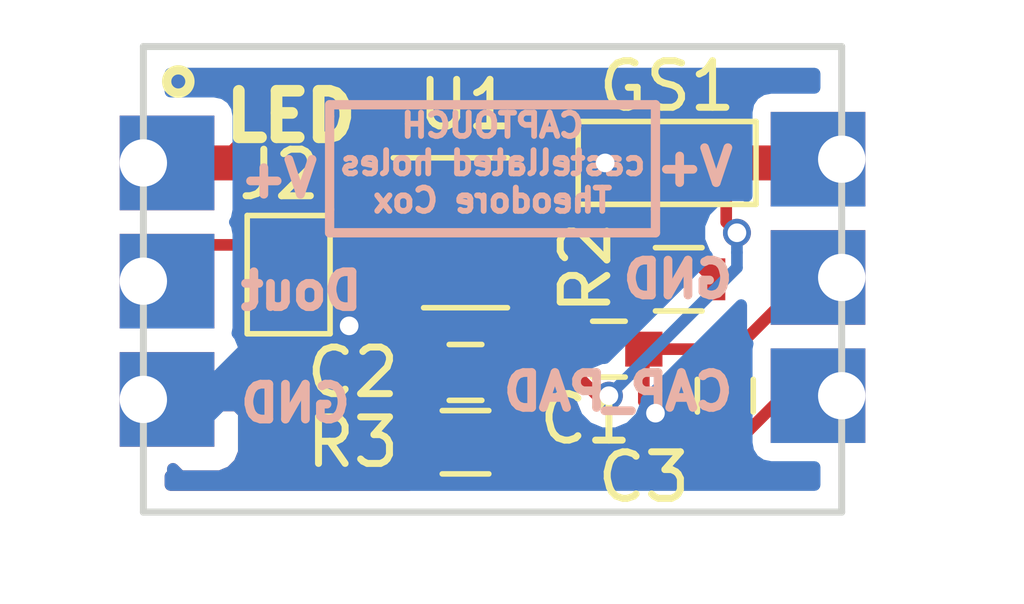
<source format=kicad_pcb>
(kicad_pcb (version 4) (host pcbnew 4.0.7)

  (general
    (links 18)
    (no_connects 0)
    (area 105.004999 99.924999 120.155001 110.075001)
    (thickness 1.6)
    (drawings 16)
    (tracks 84)
    (zones 0)
    (modules 10)
    (nets 10)
  )

  (page A4)
  (layers
    (0 F.Cu signal)
    (31 B.Cu signal)
    (32 B.Adhes user)
    (33 F.Adhes user)
    (34 B.Paste user)
    (35 F.Paste user)
    (36 B.SilkS user)
    (37 F.SilkS user)
    (38 B.Mask user)
    (39 F.Mask user)
    (40 Dwgs.User user)
    (41 Cmts.User user)
    (42 Eco1.User user)
    (43 Eco2.User user)
    (44 Edge.Cuts user)
    (45 Margin user)
    (46 B.CrtYd user)
    (47 F.CrtYd user)
    (48 B.Fab user)
    (49 F.Fab user hide)
  )

  (setup
    (last_trace_width 0.25)
    (user_trace_width 0.75)
    (trace_clearance 0.2)
    (zone_clearance 0.381)
    (zone_45_only yes)
    (trace_min 0.2)
    (segment_width 0.2)
    (edge_width 0.15)
    (via_size 0.6)
    (via_drill 0.4)
    (via_min_size 0.4)
    (via_min_drill 0.3)
    (uvia_size 0.3)
    (uvia_drill 0.1)
    (uvias_allowed no)
    (uvia_min_size 0.2)
    (uvia_min_drill 0.1)
    (pcb_text_width 0.3)
    (pcb_text_size 1.5 1.5)
    (mod_edge_width 0.15)
    (mod_text_size 1 1)
    (mod_text_width 0.15)
    (pad_size 2.032 2.032)
    (pad_drill 1.016)
    (pad_to_mask_clearance 0.2)
    (aux_axis_origin 0 0)
    (grid_origin 105.08 100)
    (visible_elements 7FFEFFFF)
    (pcbplotparams
      (layerselection 0x010f0_80000001)
      (usegerberextensions false)
      (excludeedgelayer true)
      (linewidth 0.100000)
      (plotframeref false)
      (viasonmask false)
      (mode 1)
      (useauxorigin false)
      (hpglpennumber 1)
      (hpglpenspeed 20)
      (hpglpendiameter 15)
      (hpglpenoverlay 2)
      (psnegative false)
      (psa4output false)
      (plotreference true)
      (plotvalue true)
      (plotinvisibletext false)
      (padsonsilk false)
      (subtractmaskfromsilk false)
      (outputformat 1)
      (mirror false)
      (drillshape 0)
      (scaleselection 1)
      (outputdirectory ""))
  )

  (net 0 "")
  (net 1 GND)
  (net 2 /VDD)
  (net 3 /OUT1)
  (net 4 /CAP_PAD)
  (net 5 "Net-(C2-Pad2)")
  (net 6 "Net-(C2-Pad1)")
  (net 7 "Net-(D1-Pad2)")
  (net 8 "Net-(GS1-Pad2)")
  (net 9 "Net-(R2-Pad2)")

  (net_class Default "This is the default net class."
    (clearance 0.2)
    (trace_width 0.25)
    (via_dia 0.6)
    (via_drill 0.4)
    (uvia_dia 0.3)
    (uvia_drill 0.1)
    (add_net /CAP_PAD)
    (add_net /OUT1)
    (add_net /VDD)
    (add_net GND)
    (add_net "Net-(C2-Pad1)")
    (add_net "Net-(C2-Pad2)")
    (add_net "Net-(D1-Pad2)")
    (add_net "Net-(GS1-Pad2)")
    (add_net "Net-(R2-Pad2)")
  )

  (module Connectors:GS2 (layer F.Cu) (tedit 5B1AA15A) (tstamp 5B1A972F)
    (at 108.2 104.9 180)
    (descr "2-pin solder bridge")
    (tags "solder bridge")
    (path /5B1A97C8)
    (attr smd)
    (fp_text reference J2 (at 0.2 2.15 360) (layer F.SilkS)
      (effects (font (size 1 1) (thickness 0.15)))
    )
    (fp_text value GS2 (at -1.8 0 270) (layer F.Fab)
      (effects (font (size 1 1) (thickness 0.15)))
    )
    (fp_line (start 1.1 -1.45) (end 1.1 1.5) (layer F.CrtYd) (width 0.05))
    (fp_line (start 1.1 1.5) (end -1.1 1.5) (layer F.CrtYd) (width 0.05))
    (fp_line (start -1.1 1.5) (end -1.1 -1.45) (layer F.CrtYd) (width 0.05))
    (fp_line (start -1.1 -1.45) (end 1.1 -1.45) (layer F.CrtYd) (width 0.05))
    (fp_line (start -0.89 -1.27) (end -0.89 1.27) (layer F.SilkS) (width 0.12))
    (fp_line (start 0.89 1.27) (end 0.89 -1.27) (layer F.SilkS) (width 0.12))
    (fp_line (start 0.89 1.27) (end -0.89 1.27) (layer F.SilkS) (width 0.12))
    (fp_line (start -0.89 -1.27) (end 0.89 -1.27) (layer F.SilkS) (width 0.12))
    (pad 1 smd rect (at 0 -0.64 180) (size 1.27 0.97) (layers F.Cu F.Paste F.Mask)
      (net 7 "Net-(D1-Pad2)"))
    (pad 2 smd rect (at 0 0.64 180) (size 1.27 0.97) (layers F.Cu F.Paste F.Mask)
      (net 3 /OUT1))
  )

  (module Capacitors_SMD:C_0603 (layer F.Cu) (tedit 5B1AA161) (tstamp 5B1A9710)
    (at 115.08 106.5)
    (descr "Capacitor SMD 0603, reflow soldering, AVX (see smccp.pdf)")
    (tags "capacitor 0603")
    (path /5B1A97C5)
    (attr smd)
    (fp_text reference C1 (at -0.5 1.5) (layer F.SilkS)
      (effects (font (size 1 1) (thickness 0.15)))
    )
    (fp_text value 0.1uF (at 0 1.5) (layer F.Fab)
      (effects (font (size 1 1) (thickness 0.15)))
    )
    (fp_line (start 1.4 0.65) (end -1.4 0.65) (layer F.CrtYd) (width 0.05))
    (fp_line (start 1.4 0.65) (end 1.4 -0.65) (layer F.CrtYd) (width 0.05))
    (fp_line (start -1.4 -0.65) (end -1.4 0.65) (layer F.CrtYd) (width 0.05))
    (fp_line (start -1.4 -0.65) (end 1.4 -0.65) (layer F.CrtYd) (width 0.05))
    (fp_line (start 0.35 0.6) (end -0.35 0.6) (layer F.SilkS) (width 0.12))
    (fp_line (start -0.35 -0.6) (end 0.35 -0.6) (layer F.SilkS) (width 0.12))
    (fp_line (start -0.8 -0.4) (end 0.8 -0.4) (layer F.Fab) (width 0.1))
    (fp_line (start 0.8 -0.4) (end 0.8 0.4) (layer F.Fab) (width 0.1))
    (fp_line (start 0.8 0.4) (end -0.8 0.4) (layer F.Fab) (width 0.1))
    (fp_line (start -0.8 0.4) (end -0.8 -0.4) (layer F.Fab) (width 0.1))
    (fp_text user %R (at 0 0) (layer F.Fab)
      (effects (font (size 0.3 0.3) (thickness 0.075)))
    )
    (pad 2 smd rect (at 0.75 0) (size 0.8 0.75) (layers F.Cu F.Paste F.Mask)
      (net 1 GND))
    (pad 1 smd rect (at -0.75 0) (size 0.8 0.75) (layers F.Cu F.Paste F.Mask)
      (net 2 /VDD))
    (model Capacitors_SMD.3dshapes/C_0603.wrl
      (at (xyz 0 0 0))
      (scale (xyz 1 1 1))
      (rotate (xyz 0 0 0))
    )
  )

  (module Capacitors_SMD:C_0603 (layer F.Cu) (tedit 5B1AA153) (tstamp 5B1A9716)
    (at 112 107)
    (descr "Capacitor SMD 0603, reflow soldering, AVX (see smccp.pdf)")
    (tags "capacitor 0603")
    (path /5B1A97C1)
    (attr smd)
    (fp_text reference C2 (at -2.42 0) (layer F.SilkS)
      (effects (font (size 1 1) (thickness 0.15)))
    )
    (fp_text value 4.7nF (at 0 1.5) (layer F.Fab)
      (effects (font (size 1 1) (thickness 0.15)))
    )
    (fp_line (start 1.4 0.65) (end -1.4 0.65) (layer F.CrtYd) (width 0.05))
    (fp_line (start 1.4 0.65) (end 1.4 -0.65) (layer F.CrtYd) (width 0.05))
    (fp_line (start -1.4 -0.65) (end -1.4 0.65) (layer F.CrtYd) (width 0.05))
    (fp_line (start -1.4 -0.65) (end 1.4 -0.65) (layer F.CrtYd) (width 0.05))
    (fp_line (start 0.35 0.6) (end -0.35 0.6) (layer F.SilkS) (width 0.12))
    (fp_line (start -0.35 -0.6) (end 0.35 -0.6) (layer F.SilkS) (width 0.12))
    (fp_line (start -0.8 -0.4) (end 0.8 -0.4) (layer F.Fab) (width 0.1))
    (fp_line (start 0.8 -0.4) (end 0.8 0.4) (layer F.Fab) (width 0.1))
    (fp_line (start 0.8 0.4) (end -0.8 0.4) (layer F.Fab) (width 0.1))
    (fp_line (start -0.8 0.4) (end -0.8 -0.4) (layer F.Fab) (width 0.1))
    (fp_text user %R (at 0 0) (layer F.Fab)
      (effects (font (size 0.3 0.3) (thickness 0.075)))
    )
    (pad 2 smd rect (at 0.75 0) (size 0.8 0.75) (layers F.Cu F.Paste F.Mask)
      (net 5 "Net-(C2-Pad2)"))
    (pad 1 smd rect (at -0.75 0) (size 0.8 0.75) (layers F.Cu F.Paste F.Mask)
      (net 6 "Net-(C2-Pad1)"))
    (model Capacitors_SMD.3dshapes/C_0603.wrl
      (at (xyz 0 0 0))
      (scale (xyz 1 1 1))
      (rotate (xyz 0 0 0))
    )
  )

  (module Capacitors_SMD:C_0603 (layer F.Cu) (tedit 5B1B3570) (tstamp 5B1A971C)
    (at 117.58 107.5 90)
    (descr "Capacitor SMD 0603, reflow soldering, AVX (see smccp.pdf)")
    (tags "capacitor 0603")
    (path /5B1A97CC)
    (attr smd)
    (fp_text reference C3 (at -1.75 -1.75 180) (layer F.SilkS)
      (effects (font (size 1 1) (thickness 0.15)))
    )
    (fp_text value 5pF (at 0 1.5 90) (layer F.Fab)
      (effects (font (size 1 1) (thickness 0.15)))
    )
    (fp_line (start 1.4 0.65) (end -1.4 0.65) (layer F.CrtYd) (width 0.05))
    (fp_line (start 1.4 0.65) (end 1.4 -0.65) (layer F.CrtYd) (width 0.05))
    (fp_line (start -1.4 -0.65) (end -1.4 0.65) (layer F.CrtYd) (width 0.05))
    (fp_line (start -1.4 -0.65) (end 1.4 -0.65) (layer F.CrtYd) (width 0.05))
    (fp_line (start 0.35 0.6) (end -0.35 0.6) (layer F.SilkS) (width 0.12))
    (fp_line (start -0.35 -0.6) (end 0.35 -0.6) (layer F.SilkS) (width 0.12))
    (fp_line (start -0.8 -0.4) (end 0.8 -0.4) (layer F.Fab) (width 0.1))
    (fp_line (start 0.8 -0.4) (end 0.8 0.4) (layer F.Fab) (width 0.1))
    (fp_line (start 0.8 0.4) (end -0.8 0.4) (layer F.Fab) (width 0.1))
    (fp_line (start -0.8 0.4) (end -0.8 -0.4) (layer F.Fab) (width 0.1))
    (fp_text user %R (at -0.25 0 90) (layer F.Fab)
      (effects (font (size 0.3 0.3) (thickness 0.075)))
    )
    (pad 2 smd rect (at 0.75 0 90) (size 0.8 0.75) (layers F.Cu F.Paste F.Mask)
      (net 1 GND))
    (pad 1 smd rect (at -0.75 0 90) (size 0.8 0.75) (layers F.Cu F.Paste F.Mask)
      (net 4 /CAP_PAD))
    (model Capacitors_SMD.3dshapes/C_0603.wrl
      (at (xyz 0 0 0))
      (scale (xyz 1 1 1))
      (rotate (xyz 0 0 0))
    )
  )

  (module Resistors_SMD:R_0603 (layer F.Cu) (tedit 5B1B2CC3) (tstamp 5B1A9748)
    (at 116.58 105 180)
    (descr "Resistor SMD 0603, reflow soldering, Vishay (see dcrcw.pdf)")
    (tags "resistor 0603")
    (path /5B1A97C4)
    (attr smd)
    (fp_text reference R2 (at 2 0.25 450) (layer F.SilkS)
      (effects (font (size 1 1) (thickness 0.15)))
    )
    (fp_text value 1K (at 0 1.5 180) (layer F.Fab)
      (effects (font (size 1 1) (thickness 0.15)))
    )
    (fp_text user %R (at 0 0 180) (layer F.Fab)
      (effects (font (size 0.4 0.4) (thickness 0.075)))
    )
    (fp_line (start -0.8 0.4) (end -0.8 -0.4) (layer F.Fab) (width 0.1))
    (fp_line (start 0.8 0.4) (end -0.8 0.4) (layer F.Fab) (width 0.1))
    (fp_line (start 0.8 -0.4) (end 0.8 0.4) (layer F.Fab) (width 0.1))
    (fp_line (start -0.8 -0.4) (end 0.8 -0.4) (layer F.Fab) (width 0.1))
    (fp_line (start 0.5 0.68) (end -0.5 0.68) (layer F.SilkS) (width 0.12))
    (fp_line (start -0.5 -0.68) (end 0.5 -0.68) (layer F.SilkS) (width 0.12))
    (fp_line (start -1.25 -0.7) (end 1.25 -0.7) (layer F.CrtYd) (width 0.05))
    (fp_line (start -1.25 -0.7) (end -1.25 0.7) (layer F.CrtYd) (width 0.05))
    (fp_line (start 1.25 0.7) (end 1.25 -0.7) (layer F.CrtYd) (width 0.05))
    (fp_line (start 1.25 0.7) (end -1.25 0.7) (layer F.CrtYd) (width 0.05))
    (pad 1 smd rect (at -0.75 0 180) (size 0.5 0.9) (layers F.Cu F.Paste F.Mask)
      (net 8 "Net-(GS1-Pad2)"))
    (pad 2 smd rect (at 0.75 0 180) (size 0.5 0.9) (layers F.Cu F.Paste F.Mask)
      (net 9 "Net-(R2-Pad2)"))
    (model ${KISYS3DMOD}/Resistors_SMD.3dshapes/R_0603.wrl
      (at (xyz 0 0 0))
      (scale (xyz 1 1 1))
      (rotate (xyz 0 0 0))
    )
  )

  (module Resistors_SMD:R_0603 (layer F.Cu) (tedit 5B1AA157) (tstamp 5B1A974E)
    (at 112 108.5 180)
    (descr "Resistor SMD 0603, reflow soldering, Vishay (see dcrcw.pdf)")
    (tags "resistor 0603")
    (path /5B1A97C0)
    (attr smd)
    (fp_text reference R3 (at 2.42 0 180) (layer F.SilkS)
      (effects (font (size 1 1) (thickness 0.15)))
    )
    (fp_text value 10K (at 0 1.5 180) (layer F.Fab)
      (effects (font (size 1 1) (thickness 0.15)))
    )
    (fp_text user %R (at 0 0 180) (layer F.Fab)
      (effects (font (size 0.4 0.4) (thickness 0.075)))
    )
    (fp_line (start -0.8 0.4) (end -0.8 -0.4) (layer F.Fab) (width 0.1))
    (fp_line (start 0.8 0.4) (end -0.8 0.4) (layer F.Fab) (width 0.1))
    (fp_line (start 0.8 -0.4) (end 0.8 0.4) (layer F.Fab) (width 0.1))
    (fp_line (start -0.8 -0.4) (end 0.8 -0.4) (layer F.Fab) (width 0.1))
    (fp_line (start 0.5 0.68) (end -0.5 0.68) (layer F.SilkS) (width 0.12))
    (fp_line (start -0.5 -0.68) (end 0.5 -0.68) (layer F.SilkS) (width 0.12))
    (fp_line (start -1.25 -0.7) (end 1.25 -0.7) (layer F.CrtYd) (width 0.05))
    (fp_line (start -1.25 -0.7) (end -1.25 0.7) (layer F.CrtYd) (width 0.05))
    (fp_line (start 1.25 0.7) (end 1.25 -0.7) (layer F.CrtYd) (width 0.05))
    (fp_line (start 1.25 0.7) (end -1.25 0.7) (layer F.CrtYd) (width 0.05))
    (pad 1 smd rect (at -0.75 0 180) (size 0.5 0.9) (layers F.Cu F.Paste F.Mask)
      (net 4 /CAP_PAD))
    (pad 2 smd rect (at 0.75 0 180) (size 0.5 0.9) (layers F.Cu F.Paste F.Mask)
      (net 6 "Net-(C2-Pad1)"))
    (model ${KISYS3DMOD}/Resistors_SMD.3dshapes/R_0603.wrl
      (at (xyz 0 0 0))
      (scale (xyz 1 1 1))
      (rotate (xyz 0 0 0))
    )
  )

  (module TO_SOT_Packages_SMD:SOT-23-6 (layer F.Cu) (tedit 5B1AA15B) (tstamp 5B1A9758)
    (at 112 104)
    (descr "6-pin SOT-23 package")
    (tags SOT-23-6)
    (path /5B1A97CD)
    (attr smd)
    (fp_text reference U1 (at 0 -2.75) (layer F.SilkS)
      (effects (font (size 1 1) (thickness 0.15)))
    )
    (fp_text value AT42QT1010-TSHR (at 0 2.9) (layer F.Fab)
      (effects (font (size 1 1) (thickness 0.15)))
    )
    (fp_text user %R (at 0 0 90) (layer F.Fab)
      (effects (font (size 0.5 0.5) (thickness 0.075)))
    )
    (fp_line (start -0.9 1.61) (end 0.9 1.61) (layer F.SilkS) (width 0.12))
    (fp_line (start 0.9 -1.61) (end -1.55 -1.61) (layer F.SilkS) (width 0.12))
    (fp_line (start 1.9 -1.8) (end -1.9 -1.8) (layer F.CrtYd) (width 0.05))
    (fp_line (start 1.9 1.8) (end 1.9 -1.8) (layer F.CrtYd) (width 0.05))
    (fp_line (start -1.9 1.8) (end 1.9 1.8) (layer F.CrtYd) (width 0.05))
    (fp_line (start -1.9 -1.8) (end -1.9 1.8) (layer F.CrtYd) (width 0.05))
    (fp_line (start -0.9 -0.9) (end -0.25 -1.55) (layer F.Fab) (width 0.1))
    (fp_line (start 0.9 -1.55) (end -0.25 -1.55) (layer F.Fab) (width 0.1))
    (fp_line (start -0.9 -0.9) (end -0.9 1.55) (layer F.Fab) (width 0.1))
    (fp_line (start 0.9 1.55) (end -0.9 1.55) (layer F.Fab) (width 0.1))
    (fp_line (start 0.9 -1.55) (end 0.9 1.55) (layer F.Fab) (width 0.1))
    (pad 1 smd rect (at -1.1 -0.95) (size 1.06 0.65) (layers F.Cu F.Paste F.Mask)
      (net 3 /OUT1))
    (pad 2 smd rect (at -1.1 0) (size 1.06 0.65) (layers F.Cu F.Paste F.Mask)
      (net 1 GND))
    (pad 3 smd rect (at -1.1 0.95) (size 1.06 0.65) (layers F.Cu F.Paste F.Mask)
      (net 6 "Net-(C2-Pad1)"))
    (pad 4 smd rect (at 1.1 0.95) (size 1.06 0.65) (layers F.Cu F.Paste F.Mask)
      (net 5 "Net-(C2-Pad2)"))
    (pad 6 smd rect (at 1.1 -0.95) (size 1.06 0.65) (layers F.Cu F.Paste F.Mask)
      (net 9 "Net-(R2-Pad2)"))
    (pad 5 smd rect (at 1.1 0) (size 1.06 0.65) (layers F.Cu F.Paste F.Mask)
      (net 2 /VDD))
    (model ${KISYS3DMOD}/TO_SOT_Packages_SMD.3dshapes/SOT-23-6.wrl
      (at (xyz 0 0 0))
      (scale (xyz 1 1 1))
      (rotate (xyz 0 0 0))
    )
  )

  (module Connectors:GS3 (layer F.Cu) (tedit 58613494) (tstamp 5B1B82D9)
    (at 116.33 102.5 270)
    (descr "3-pin solder bridge")
    (tags "solder bridge")
    (path /5B1A97C3)
    (attr smd)
    (fp_text reference GS1 (at -1.65 0 360) (layer F.SilkS)
      (effects (font (size 1 1) (thickness 0.15)))
    )
    (fp_text value GS3 (at 1.8 0 360) (layer F.Fab)
      (effects (font (size 1 1) (thickness 0.15)))
    )
    (fp_line (start -1.15 -2.15) (end 1.15 -2.15) (layer F.CrtYd) (width 0.05))
    (fp_line (start 1.15 -2.15) (end 1.15 2.15) (layer F.CrtYd) (width 0.05))
    (fp_line (start 1.15 2.15) (end -1.15 2.15) (layer F.CrtYd) (width 0.05))
    (fp_line (start -1.15 2.15) (end -1.15 -2.15) (layer F.CrtYd) (width 0.05))
    (fp_line (start -0.89 -1.91) (end -0.89 1.91) (layer F.SilkS) (width 0.12))
    (fp_line (start -0.89 1.91) (end 0.89 1.91) (layer F.SilkS) (width 0.12))
    (fp_line (start 0.89 1.91) (end 0.89 -1.91) (layer F.SilkS) (width 0.12))
    (fp_line (start -0.89 -1.91) (end 0.89 -1.91) (layer F.SilkS) (width 0.12))
    (pad 1 smd rect (at 0 -1.27 270) (size 1.27 0.97) (layers F.Cu F.Paste F.Mask)
      (net 2 /VDD))
    (pad 2 smd rect (at 0 0 270) (size 1.27 0.97) (layers F.Cu F.Paste F.Mask)
      (net 8 "Net-(GS1-Pad2)"))
    (pad 3 smd rect (at 0 1.27 270) (size 1.27 0.97) (layers F.Cu F.Paste F.Mask)
      (net 1 GND))
  )

  (module seniorDesign:CONN_01x03_CastellatedHole_Pad_1mmDrill (layer F.Cu) (tedit 5B1B3375) (tstamp 5B1A9729)
    (at 105.08 102.5)
    (path /5B1A97CF)
    (fp_text reference J1 (at -4.064 -0.254) (layer F.SilkS) hide
      (effects (font (size 1 1) (thickness 0.15)))
    )
    (fp_text value breakout (at 0 -2.54) (layer F.Fab) hide
      (effects (font (size 1 1) (thickness 0.15)))
    )
    (pad 3 thru_hole rect (at 0 5.08) (size 2.032 2.032) (drill 1.016 (offset 0.508 0)) (layers *.Cu *.Mask B.Paste)
      (net 1 GND))
    (pad 2 thru_hole rect (at 0 2.54) (size 2.032 2.032) (drill 1.016 (offset 0.508 0)) (layers *.Cu *.Mask B.Paste)
      (net 3 /OUT1))
    (pad 1 thru_hole rect (at 0 0) (size 2.032 2.032) (drill 1.016 (offset 0.508 0)) (layers *.Cu *.Mask B.Paste)
      (net 2 /VDD))
  )

  (module seniorDesign:CONN_01x03_CastellatedHole_Pad_1mmDrill (layer F.Cu) (tedit 5B1B41A3) (tstamp 5B1B3D99)
    (at 120.08 107.5 180)
    (fp_text reference J? (at -4.064 -0.254 180) (layer F.SilkS) hide
      (effects (font (size 1 1) (thickness 0.15)))
    )
    (fp_text value CONN_01X03_CASTELLATED (at 0 -2.54 180) (layer F.Fab) hide
      (effects (font (size 1 1) (thickness 0.15)))
    )
    (pad 4 thru_hole rect (at 0 5.08 180) (size 2.032 2.032) (drill 1.016 (offset 0.508 0)) (layers *.Cu *.Mask B.Paste)
      (net 2 /VDD))
    (pad 5 thru_hole rect (at 0 2.54 180) (size 2.032 2.032) (drill 1.016 (offset 0.508 0)) (layers *.Cu *.Mask B.Paste)
      (net 1 GND))
    (pad 6 thru_hole rect (at 0 0 180) (size 2.032 2.032) (drill 1.016 (offset 0.508 0)) (layers *.Cu *.Mask B.Paste)
      (net 4 /CAP_PAD))
  )

  (gr_line (start 109.08 104) (end 109.08 103.5) (angle 90) (layer B.SilkS) (width 0.2))
  (gr_line (start 116.08 104) (end 109.08 104) (angle 90) (layer B.SilkS) (width 0.2))
  (gr_line (start 116.08 103.5) (end 116.08 104) (angle 90) (layer B.SilkS) (width 0.2))
  (gr_circle (center 105.83 100.75) (end 106.08 100.75) (layer F.SilkS) (width 0.2))
  (gr_line (start 109.08 101.25) (end 109.08 101.5) (layer B.SilkS) (width 0.2))
  (gr_line (start 116.08 101.25) (end 109.08 101.25) (layer B.SilkS) (width 0.2))
  (gr_line (start 116.08 103.5) (end 116.08 101.25) (layer B.SilkS) (width 0.2))
  (gr_line (start 109.08 101.5) (end 109.08 103.5) (layer B.SilkS) (width 0.2))
  (gr_text "CAPTOUCH\ncastellated holes\nTheodore Cox" (at 112.58 102.5) (layer B.SilkS)
    (effects (font (size 0.5 0.5) (thickness 0.125)) (justify mirror))
  )
  (gr_line (start 105.08 110) (end 105.08 100) (angle 90) (layer Edge.Cuts) (width 0.15))
  (gr_line (start 120.08 100) (end 120.08 110) (angle 90) (layer Edge.Cuts) (width 0.15))
  (gr_line (start 120.08 110) (end 105.08 110) (angle 90) (layer Edge.Cuts) (width 0.15))
  (gr_line (start 105.08 100) (end 120.08 100) (angle 90) (layer Edge.Cuts) (width 0.15))
  (gr_text LED (at 108.25 101.5) (layer F.SilkS)
    (effects (font (size 1 1) (thickness 0.25)))
  )
  (gr_text "V+\n\nGND\n\nCAP_PAD" (at 117.83 105) (layer B.SilkS)
    (effects (font (size 0.75 0.75) (thickness 0.1875)) (justify left mirror))
  )
  (gr_text "V+\n\nDout\n\nGND" (at 107.08 105.25) (layer B.SilkS)
    (effects (font (size 0.75 0.75) (thickness 0.1875)) (justify right mirror))
  )

  (segment (start 115.83 106.5) (end 115.83 107.625) (width 0.25) (layer F.Cu) (net 1))
  (segment (start 115.83 107.625) (end 116.08 107.875) (width 0.25) (layer F.Cu) (net 1))
  (via (at 116.08 107.875) (size 0.6) (drill 0.4) (layers F.Cu B.Cu) (net 1))
  (segment (start 117.58 106.75) (end 117.58 106.725) (width 0.25) (layer F.Cu) (net 1))
  (segment (start 117.58 106.725) (end 119.305 105) (width 0.25) (layer F.Cu) (net 1))
  (segment (start 115.83 106.5) (end 117.33 106.5) (width 0.25) (layer F.Cu) (net 1))
  (segment (start 117.33 106.5) (end 117.58 106.75) (width 0.25) (layer F.Cu) (net 1))
  (segment (start 116 106.5) (end 115.75 106.5) (width 0.25) (layer F.Cu) (net 1) (status 30))
  (segment (start 115.75 106.5) (end 115.775 106.5) (width 0.25) (layer F.Cu) (net 1) (status 30))
  (segment (start 112 106) (end 114.700001 103.299999) (width 0.75) (layer B.Cu) (net 1))
  (segment (start 109.5 106) (end 112 106) (width 0.75) (layer B.Cu) (net 1))
  (segment (start 115.1 102.4) (end 115 102.5) (width 0.25) (layer F.Cu) (net 1) (status 30))
  (via (at 115 102.5) (size 0.6) (drill 0.4) (layers F.Cu B.Cu) (net 1) (status 30))
  (segment (start 114.700001 103.299999) (end 115 103) (width 0.75) (layer B.Cu) (net 1))
  (segment (start 114.65 102.4) (end 115.1 102.4) (width 0.25) (layer F.Cu) (net 1) (status 30))
  (segment (start 115.06 102.5) (end 115 102.5) (width 0.25) (layer F.Cu) (net 1) (status 30))
  (segment (start 105 108.08) (end 106.07 108.03) (width 0.75) (layer B.Cu) (net 1) (status 10))
  (segment (start 106.07 108.03) (end 108.1 106) (width 0.75) (layer B.Cu) (net 1))
  (segment (start 108.1 106) (end 109.5 106) (width 0.75) (layer B.Cu) (net 1))
  (via (at 109.5 106) (size 0.6) (drill 0.4) (layers F.Cu B.Cu) (net 1))
  (segment (start 109.5 104.62) (end 109.5 106) (width 0.25) (layer F.Cu) (net 1))
  (segment (start 110.9 104) (end 110.12 104) (width 0.25) (layer F.Cu) (net 1))
  (segment (start 110.12 104) (end 109.5 104.62) (width 0.25) (layer F.Cu) (net 1))
  (segment (start 110.9 104) (end 110.5 104) (width 0.25) (layer F.Cu) (net 1))
  (segment (start 115.604999 106.364999) (end 115.669999 106.299999) (width 0.25) (layer F.Cu) (net 1))
  (segment (start 114.33 106.5) (end 114.33 104.45) (width 0.25) (layer F.Cu) (net 2))
  (segment (start 114.33 104.45) (end 113.88 104) (width 0.25) (layer F.Cu) (net 2))
  (segment (start 113.88 104) (end 113.1 104) (width 0.25) (layer F.Cu) (net 2))
  (segment (start 117.829986 104.424264) (end 117.829986 104) (width 0.25) (layer B.Cu) (net 2))
  (segment (start 117.829986 104.750014) (end 117.829986 104.424264) (width 0.25) (layer B.Cu) (net 2))
  (segment (start 115.08 107.5) (end 117.829986 104.750014) (width 0.25) (layer B.Cu) (net 2))
  (segment (start 117.6 103.770014) (end 117.829986 104) (width 0.25) (layer F.Cu) (net 2))
  (segment (start 117.6 102.5) (end 117.6 103.770014) (width 0.25) (layer F.Cu) (net 2))
  (via (at 117.829986 104) (size 0.6) (drill 0.4) (layers F.Cu B.Cu) (net 2))
  (segment (start 117.6 102.5) (end 117.58 102.48) (width 0.75) (layer F.Cu) (net 2))
  (segment (start 117.58 102.48) (end 117.58 101.25) (width 0.75) (layer F.Cu) (net 2))
  (segment (start 117.33 101) (end 108.58 101) (width 0.75) (layer F.Cu) (net 2))
  (segment (start 117.58 101.25) (end 117.33 101) (width 0.75) (layer F.Cu) (net 2))
  (segment (start 105.5 102.5) (end 105 103) (width 0.75) (layer F.Cu) (net 2))
  (segment (start 108.58 101) (end 107.08 102.5) (width 0.75) (layer F.Cu) (net 2))
  (segment (start 107.08 102.5) (end 105.5 102.5) (width 0.75) (layer F.Cu) (net 2))
  (segment (start 120.08 102.42) (end 120 102.5) (width 0.75) (layer F.Cu) (net 2))
  (segment (start 120 102.5) (end 117.6 102.5) (width 0.75) (layer F.Cu) (net 2) (tstamp 5B1B3E82))
  (segment (start 114.33 106.5) (end 114.33 107) (width 0.25) (layer F.Cu) (net 2))
  (segment (start 114.33 107) (end 114.83 107.5) (width 0.25) (layer F.Cu) (net 2))
  (segment (start 114.83 107.5) (end 115.08 107.5) (width 0.25) (layer F.Cu) (net 2))
  (via (at 115.08 107.5) (size 0.6) (drill 0.4) (layers F.Cu B.Cu) (net 2))
  (segment (start 105 103) (end 105.4 103) (width 0.25) (layer F.Cu) (net 2) (status 30))
  (segment (start 105 105.54) (end 105 105.33) (width 0.25) (layer F.Cu) (net 3))
  (segment (start 105 105.33) (end 106.07 104.26) (width 0.25) (layer F.Cu) (net 3))
  (segment (start 106.07 104.26) (end 108.2 104.26) (width 0.25) (layer F.Cu) (net 3))
  (segment (start 108.2 104.26) (end 108.21 104.25) (width 0.25) (layer F.Cu) (net 3))
  (segment (start 108.21 104.25) (end 109.08 104.25) (width 0.25) (layer F.Cu) (net 3))
  (segment (start 109.08 104.25) (end 110.28 103.05) (width 0.25) (layer F.Cu) (net 3))
  (segment (start 110.28 103.05) (end 110.9 103.05) (width 0.25) (layer F.Cu) (net 3))
  (segment (start 107.99 104.05) (end 108.2 104.26) (width 0.25) (layer F.Cu) (net 3) (status 30))
  (segment (start 108.2 104.26) (end 108.2 104.5) (width 0.25) (layer F.Cu) (net 3) (status 30))
  (segment (start 110.9 103.05) (end 110.45 103.05) (width 0.25) (layer F.Cu) (net 3) (status 30))
  (segment (start 112.75 108.5) (end 117.33 108.5) (width 0.25) (layer F.Cu) (net 4))
  (segment (start 117.33 108.5) (end 117.58 108.25) (width 0.25) (layer F.Cu) (net 4))
  (segment (start 117.58 108.25) (end 118.08 108.25) (width 0.25) (layer F.Cu) (net 4))
  (segment (start 118.08 108.25) (end 118.83 107.5) (width 0.25) (layer F.Cu) (net 4))
  (segment (start 118.83 107.5) (end 120.08 107.5) (width 0.25) (layer F.Cu) (net 4))
  (segment (start 112.75 107) (end 113.1 106.65) (width 0.25) (layer F.Cu) (net 5) (status 30))
  (segment (start 113.1 106.65) (end 113.1 104.95) (width 0.25) (layer F.Cu) (net 5) (tstamp 5B1A9A63) (status 10))
  (segment (start 111.25 107) (end 111 106.75) (width 0.25) (layer F.Cu) (net 6) (status 30))
  (segment (start 111 106.75) (end 111 105.05) (width 0.25) (layer F.Cu) (net 6) (status 10))
  (segment (start 111 105.05) (end 110.9 104.95) (width 0.25) (layer F.Cu) (net 6) (status 30))
  (segment (start 111.25 108.5) (end 111.25 107) (width 0.25) (layer F.Cu) (net 6) (status 10))
  (segment (start 108.56 105.54) (end 108.2 105.54) (width 0.25) (layer F.Cu) (net 7) (status 30))
  (segment (start 117.33 105) (end 116.33 104) (width 0.25) (layer F.Cu) (net 8))
  (segment (start 116.33 104) (end 116.33 102.5) (width 0.25) (layer F.Cu) (net 8))
  (segment (start 116.33 103) (end 116.33 102.5) (width 0.25) (layer F.Cu) (net 8) (status 30))
  (segment (start 113.955001 103.54999) (end 114.066401 103.549991) (width 0.25) (layer F.Cu) (net 9))
  (segment (start 115.33 105) (end 115.83 105) (width 0.25) (layer F.Cu) (net 9))
  (segment (start 113.1 103.05) (end 113.38 103.05) (width 0.25) (layer F.Cu) (net 9))
  (segment (start 113.38 103.05) (end 113.679999 103.349999) (width 0.25) (layer F.Cu) (net 9))
  (segment (start 113.679999 103.349999) (end 113.890001 103.349999) (width 0.25) (layer F.Cu) (net 9))
  (segment (start 113.890001 103.349999) (end 113.955001 103.414999) (width 0.25) (layer F.Cu) (net 9))
  (segment (start 114.066401 103.549991) (end 114.780009 104.263599) (width 0.25) (layer F.Cu) (net 9))
  (segment (start 113.955001 103.414999) (end 113.955001 103.54999) (width 0.25) (layer F.Cu) (net 9))
  (segment (start 114.780009 104.263599) (end 114.780009 104.450009) (width 0.25) (layer F.Cu) (net 9))
  (segment (start 114.780009 104.450009) (end 115.33 105) (width 0.25) (layer F.Cu) (net 9))
  (segment (start 115.83 105) (end 115.83 105) (width 0.25) (layer F.Cu) (net 9))

  (zone (net 1) (net_name GND) (layer B.Cu) (tstamp 5B1B88FE) (hatch edge 0.508)
    (connect_pads (clearance 0.381))
    (min_thickness 0.254)
    (fill yes (mode segment) (arc_segments 16) (thermal_gap 0.508) (thermal_bridge_width 0.508))
    (polygon
      (pts
        (xy 124 112) (xy 102 112) (xy 102 99) (xy 124 99)
      )
    )
    (filled_polygon
      (pts
        (xy 119.497 100.886048) (xy 118.556 100.886048) (xy 118.367747 100.92147) (xy 118.194847 101.032728) (xy 118.078855 101.202488)
        (xy 118.038048 101.404) (xy 118.038048 103.211505) (xy 117.991412 103.19214) (xy 117.66997 103.19186) (xy 117.372889 103.314611)
        (xy 117.145396 103.541707) (xy 117.022126 103.838574) (xy 117.021846 104.160016) (xy 117.144597 104.457097) (xy 117.186115 104.498688)
        (xy 114.992879 106.691923) (xy 114.919984 106.69186) (xy 114.622903 106.814611) (xy 114.39541 107.041707) (xy 114.27214 107.338574)
        (xy 114.27186 107.660016) (xy 114.394611 107.957097) (xy 114.621707 108.18459) (xy 114.918574 108.30786) (xy 115.240016 108.30814)
        (xy 115.537097 108.185389) (xy 115.76459 107.958293) (xy 115.88786 107.661426) (xy 115.887925 107.587273) (xy 117.921 105.554197)
        (xy 117.921 106.10231) (xy 118.017673 106.335699) (xy 118.059591 106.377617) (xy 118.038048 106.484) (xy 118.038048 108.516)
        (xy 118.07347 108.704253) (xy 118.184728 108.877153) (xy 118.354488 108.993145) (xy 118.556 109.033952) (xy 119.497 109.033952)
        (xy 119.497 109.417) (xy 105.663 109.417) (xy 105.663 109.231) (xy 105.715002 109.231) (xy 105.715002 109.072252)
        (xy 105.87375 109.231) (xy 106.730309 109.231) (xy 106.963698 109.134327) (xy 107.142327 108.955699) (xy 107.239 108.72231)
        (xy 107.239 107.86575) (xy 107.08025 107.707) (xy 105.715 107.707) (xy 105.715 107.727) (xy 105.663 107.727)
        (xy 105.663 107.433) (xy 105.715 107.433) (xy 105.715 107.453) (xy 107.08025 107.453) (xy 107.239 107.29425)
        (xy 107.239 106.43769) (xy 107.142327 106.204301) (xy 107.100409 106.162383) (xy 107.121952 106.056) (xy 107.121952 104.024)
        (xy 107.08653 103.835747) (xy 107.044736 103.770798) (xy 107.081145 103.717512) (xy 107.121952 103.516) (xy 107.121952 101.484)
        (xy 107.08653 101.295747) (xy 106.975272 101.122847) (xy 106.805512 101.006855) (xy 106.604 100.966048) (xy 105.663 100.966048)
        (xy 105.663 100.583) (xy 119.497 100.583)
      )
    )
    (fill_segments
      (pts (xy 119.497 100.583) (xy 105.663 100.583))
      (pts (xy 119.497 100.7862) (xy 105.663 100.7862))
      (pts (xy 118.262181 100.9894) (xy 106.719317 100.9894))
      (pts (xy 118.085612 101.1926) (xy 107.020157 101.1926))
      (pts (xy 118.039709 101.3958) (xy 107.105357 101.3958))
      (pts (xy 118.038048 101.599) (xy 107.121952 101.599))
      (pts (xy 118.038048 101.8022) (xy 107.121952 101.8022))
      (pts (xy 118.038048 102.0054) (xy 107.121952 102.0054))
      (pts (xy 118.038048 102.2086) (xy 107.121952 102.2086))
      (pts (xy 118.038048 102.4118) (xy 107.121952 102.4118))
      (pts (xy 118.038048 102.615) (xy 107.121952 102.615))
      (pts (xy 118.038048 102.8182) (xy 107.121952 102.8182))
      (pts (xy 118.038048 103.0214) (xy 107.121952 103.0214))
      (pts (xy 117.590733 103.2246) (xy 107.121952 103.2246))
      (pts (xy 117.259503 103.4278) (xy 107.121952 103.4278))
      (pts (xy 117.108319 103.631) (xy 107.098664 103.631))
      (pts (xy 117.023943 103.8342) (xy 107.085535 103.8342))
      (pts (xy 117.021953 104.0374) (xy 107.121952 104.0374))
      (pts (xy 117.055142 104.2406) (xy 107.121952 104.2406))
      (pts (xy 117.139102 104.4438) (xy 107.121952 104.4438))
      (pts (xy 117.037803 104.647) (xy 107.121952 104.647))
      (pts (xy 116.834603 104.8502) (xy 107.121952 104.8502))
      (pts (xy 116.631403 105.0534) (xy 107.121952 105.0534))
      (pts (xy 116.428203 105.2566) (xy 107.121952 105.2566))
      (pts (xy 116.225003 105.4598) (xy 107.121952 105.4598))
      (pts (xy 116.021803 105.663) (xy 107.121952 105.663))
      (pts (xy 117.921 105.663) (xy 117.812197 105.663))
      (pts (xy 115.818603 105.8662) (xy 107.121952 105.8662))
      (pts (xy 117.921 105.8662) (xy 117.608997 105.8662))
      (pts (xy 115.615403 106.0694) (xy 107.119238 106.0694))
      (pts (xy 117.921 106.0694) (xy 117.405797 106.0694))
      (pts (xy 115.412203 106.2726) (xy 107.170618 106.2726))
      (pts (xy 117.991536 106.2726) (xy 117.202597 106.2726))
      (pts (xy 115.209003 106.4758) (xy 107.239 106.4758))
      (pts (xy 118.039709 106.4758) (xy 116.999397 106.4758))
      (pts (xy 115.005803 106.679) (xy 107.239 106.679))
      (pts (xy 118.038048 106.679) (xy 116.796197 106.679))
      (pts (xy 114.555196 106.8822) (xy 107.239 106.8822))
      (pts (xy 118.038048 106.8822) (xy 116.592997 106.8822))
      (pts (xy 114.377268 107.0854) (xy 107.239 107.0854))
      (pts (xy 118.038048 107.0854) (xy 116.389797 107.0854))
      (pts (xy 114.292892 107.2886) (xy 107.239 107.2886))
      (pts (xy 118.038048 107.2886) (xy 116.186597 107.2886))
      (pts (xy 114.272007 107.4918) (xy 105.663 107.4918))
      (pts (xy 118.038048 107.4918) (xy 115.983397 107.4918))
      (pts (xy 114.286315 107.695) (xy 105.663 107.695))
      (pts (xy 118.038048 107.695) (xy 115.873918 107.695))
      (pts (xy 114.370275 107.8982) (xy 107.239 107.8982))
      (pts (xy 118.038048 107.8982) (xy 115.789542 107.8982))
      (pts (xy 114.538662 108.1014) (xy 107.239 108.1014))
      (pts (xy 118.038048 108.1014) (xy 115.621232 108.1014))
      (pts (xy 114.910723 108.3046) (xy 107.239 108.3046))
      (pts (xy 118.038048 108.3046) (xy 115.248583 108.3046))
      (pts (xy 118.038048 108.5078) (xy 107.239 108.5078))
      (pts (xy 118.077811 108.711) (xy 107.239 108.711))
      (pts (xy 118.238948 108.9142) (xy 107.159516 108.9142))
      (pts (xy 105.76015 109.1174) (xy 105.715002 109.1174))
      (pts (xy 119.497 109.1174) (xy 106.980625 109.1174))
      (pts (xy 119.497 109.3206) (xy 105.663 109.3206))
    )
  )
  (zone (net 1) (net_name GND) (layer F.Cu) (tstamp 5B1B88FF) (hatch edge 0.508)
    (connect_pads (clearance 0.381))
    (min_thickness 0.254)
    (fill yes (mode segment) (arc_segments 16) (thermal_gap 0.508) (thermal_bridge_width 0.508))
    (polygon
      (pts
        (xy 124 112) (xy 102 112) (xy 102 99) (xy 124 99)
      )
    )
    (filled_polygon
      (pts
        (xy 109.831673 104.684699) (xy 109.852048 104.705074) (xy 109.852048 105.275) (xy 109.88747 105.463253) (xy 109.998728 105.636153)
        (xy 110.168488 105.752145) (xy 110.367 105.792344) (xy 110.367 106.452401) (xy 110.332048 106.625) (xy 110.332048 107.375)
        (xy 110.36747 107.563253) (xy 110.478728 107.736153) (xy 110.561137 107.792461) (xy 110.522855 107.848488) (xy 110.482048 108.05)
        (xy 110.482048 108.95) (xy 110.51747 109.138253) (xy 110.628728 109.311153) (xy 110.78364 109.417) (xy 105.663 109.417)
        (xy 105.663 109.231) (xy 105.715002 109.231) (xy 105.715002 109.072252) (xy 105.87375 109.231) (xy 106.730309 109.231)
        (xy 106.963698 109.134327) (xy 107.142327 108.955699) (xy 107.239 108.72231) (xy 107.239 107.86575) (xy 107.08025 107.707)
        (xy 105.715 107.707) (xy 105.715 107.727) (xy 105.663 107.727) (xy 105.663 107.433) (xy 105.715 107.433)
        (xy 105.715 107.453) (xy 107.08025 107.453) (xy 107.239 107.29425) (xy 107.239 106.43769) (xy 107.227097 106.408953)
        (xy 107.363488 106.502145) (xy 107.565 106.542952) (xy 108.835 106.542952) (xy 109.023253 106.50753) (xy 109.196153 106.396272)
        (xy 109.312145 106.226512) (xy 109.352952 106.025) (xy 109.352952 105.055) (xy 109.322716 104.89431) (xy 109.336724 104.825138)
        (xy 109.527599 104.697599) (xy 109.74639 104.478808)
      )
    )
    (filled_polygon
      (pts
        (xy 117.707 106.623) (xy 117.727 106.623) (xy 117.727 106.877) (xy 117.707 106.877) (xy 117.707 106.897)
        (xy 117.453 106.897) (xy 117.453 106.877) (xy 117.433 106.877) (xy 117.433 106.623) (xy 117.453 106.623)
        (xy 117.453 106.603) (xy 117.707 106.603)
      )
    )
    (filled_polygon
      (pts
        (xy 115.957 106.373) (xy 115.977 106.373) (xy 115.977 106.627) (xy 115.957 106.627) (xy 115.957 106.647)
        (xy 115.703 106.647) (xy 115.703 106.627) (xy 115.683 106.627) (xy 115.683 106.373) (xy 115.703 106.373)
        (xy 115.703 106.353) (xy 115.957 106.353)
      )
    )
    (filled_polygon
      (pts
        (xy 111.047 104.107048) (xy 110.753 104.107048) (xy 110.753 103.892952) (xy 111.047 103.892952)
      )
    )
    (filled_polygon
      (pts
        (xy 115.187 102.373) (xy 115.207 102.373) (xy 115.207 102.627) (xy 115.187 102.627) (xy 115.187 102.647)
        (xy 114.933 102.647) (xy 114.933 102.627) (xy 114.913 102.627) (xy 114.913 102.373) (xy 114.933 102.373)
        (xy 114.933 102.353) (xy 115.187 102.353)
      )
    )
    (fill_segments
      (pts (xy 109.74639 104.478808) (xy 109.74639 104.478808))
      (pts (xy 109.830558 104.682008) (xy 109.54319 104.682008))
      (pts (xy 109.852048 104.885208) (xy 109.324559 104.885208))
      (pts (xy 109.852048 105.088408) (xy 109.352952 105.088408))
      (pts (xy 109.855172 105.291608) (xy 109.352952 105.291608))
      (pts (xy 109.907775 105.494808) (xy 109.352952 105.494808))
      (pts (xy 110.089255 105.698008) (xy 109.352952 105.698008))
      (pts (xy 110.367 105.901208) (xy 109.352952 105.901208))
      (pts (xy 110.367 106.104408) (xy 109.336871 106.104408))
      (pts (xy 110.367 106.307608) (xy 109.256734 106.307608))
      (pts (xy 107.406267 106.510808) (xy 107.239 106.510808))
      (pts (xy 110.355173 106.510808) (xy 109.005831 106.510808))
      (pts (xy 110.332048 106.714008) (xy 107.239 106.714008))
      (pts (xy 110.332048 106.917208) (xy 107.239 106.917208))
      (pts (xy 110.332048 107.120408) (xy 107.239 107.120408))
      (pts (xy 110.332048 107.323608) (xy 107.209642 107.323608))
      (pts (xy 110.360612 107.526808) (xy 105.663 107.526808))
      (pts (xy 110.474773 107.730008) (xy 107.103258 107.730008))
      (pts (xy 110.505699 107.933208) (xy 107.239 107.933208))
      (pts (xy 110.482048 108.136408) (xy 107.239 108.136408))
      (pts (xy 110.482048 108.339608) (xy 107.239 108.339608))
      (pts (xy 110.482048 108.542808) (xy 107.239 108.542808))
      (pts (xy 110.482048 108.746008) (xy 107.229183 108.746008))
      (pts (xy 110.482048 108.949208) (xy 107.145015 108.949208))
      (pts (xy 105.795158 109.152408) (xy 105.715002 109.152408))
      (pts (xy 110.526578 109.152408) (xy 106.920046 109.152408))
      (pts (xy 110.693789 109.355608) (xy 105.663 109.355608))
      (pts (xy 117.707 106.603) (xy 117.453 106.603))
      (pts (xy 117.727 106.8062) (xy 117.433 106.8062))
      (pts (xy 115.957 106.353) (xy 115.703 106.353))
      (pts (xy 115.977 106.5562) (xy 115.683 106.5562))
      (pts (xy 111.047 103.892952) (xy 110.753 103.892952))
      (pts (xy 111.047 104.096152) (xy 110.753 104.096152))
      (pts (xy 115.187 102.353) (xy 114.933 102.353))
      (pts (xy 115.207 102.5562) (xy 114.913 102.5562))
    )
  )
)

</source>
